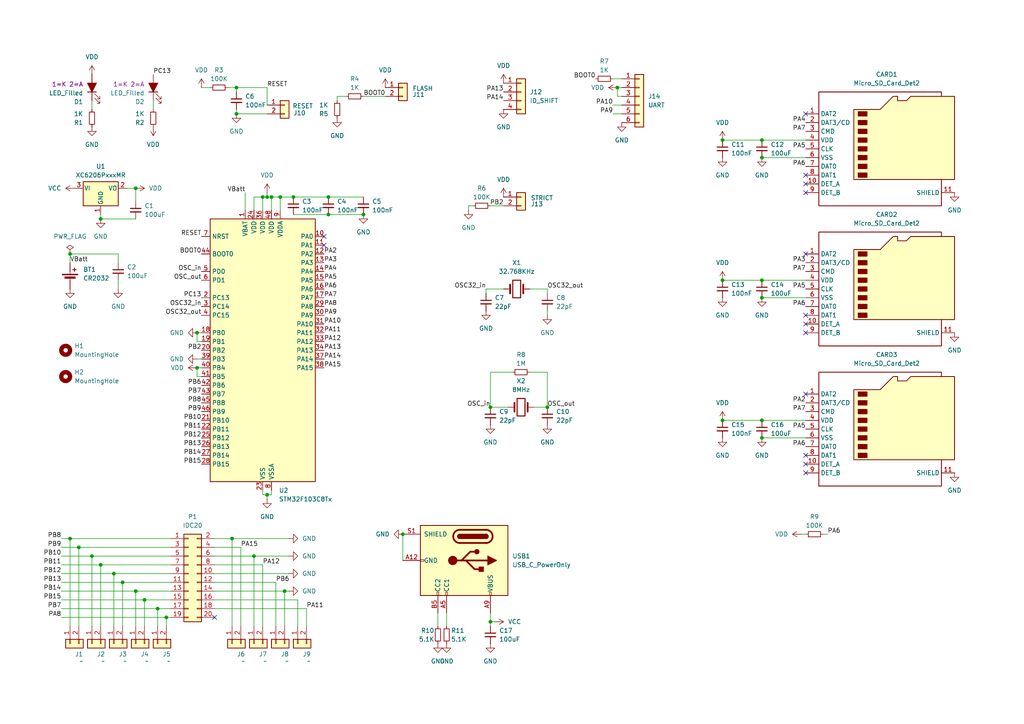
<source format=kicad_sch>
(kicad_sch (version 20250114) (generator "eeschema") (generator_version "9.0")
  (paper "A4")
  (junction (at 220.98 127))
  (junction (at 76.2 57.15))
  (junction (at 41.91 173.99))
  (junction (at 142.24 180.34))
  (junction (at 22.86 158.75))
  (junction (at 142.24 118.11))
  (junction (at 78.74 57.15))
  (junction (at 33.02 166.37))
  (junction (at 179.07 25.4))
  (junction (at 220.98 81.28))
  (junction (at 57.15 106.68))
  (junction (at 73.66 161.29))
  (junction (at 20.32 156.21))
  (junction (at 81.28 57.15))
  (junction (at 57.15 96.52))
  (junction (at 220.98 45.72))
  (junction (at 77.47 57.15))
  (junction (at 220.98 40.64))
  (junction (at 220.98 121.92))
  (junction (at 45.72 176.53))
  (junction (at 29.21 63.5))
  (junction (at 220.98 86.36))
  (junction (at 95.25 62.23))
  (junction (at 20.32 73.66))
  (junction (at 77.47 143.51))
  (junction (at 68.58 25.4))
  (junction (at 82.55 171.45))
  (junction (at 68.58 33.02))
  (junction (at 39.37 54.61))
  (junction (at 48.26 179.07))
  (junction (at 116.84 154.94))
  (junction (at 105.41 62.23))
  (junction (at 209.55 40.64))
  (junction (at 26.67 161.29))
  (junction (at 85.09 57.15))
  (junction (at 35.56 168.91))
  (junction (at 39.37 171.45))
  (junction (at 158.75 118.11))
  (junction (at 95.25 57.15))
  (junction (at 209.55 81.28))
  (junction (at 29.21 163.83))
  (junction (at 67.31 156.21))
  (junction (at 209.55 121.92))
  (no_connect (at 233.68 137.16))
  (no_connect (at 233.68 50.8))
  (no_connect (at 233.68 114.3))
  (no_connect (at 233.68 96.52))
  (no_connect (at 233.68 91.44))
  (no_connect (at 233.68 33.02))
  (no_connect (at 233.68 55.88))
  (no_connect (at 62.23 179.07))
  (no_connect (at 233.68 53.34))
  (no_connect (at 93.98 68.58))
  (no_connect (at 93.98 71.12))
  (no_connect (at 233.68 134.62))
  (no_connect (at 233.68 73.66))
  (no_connect (at 233.68 132.08))
  (no_connect (at 233.68 93.98))
  (wire (pts (xy 158.75 90.17) (xy 158.75 91.44)))
  (wire (pts (xy 57.15 96.52) (xy 57.15 99.06)))
  (wire (pts (xy 177.8 22.86) (xy 180.34 22.86)))
  (wire (pts (xy 180.34 27.94) (xy 179.07 27.94)))
  (wire (pts (xy 20.32 73.66) (xy 34.29 73.66)))
  (wire (pts (xy 220.98 81.28) (xy 233.68 81.28)))
  (wire (pts (xy 69.85 181.61) (xy 69.85 158.75)))
  (wire (pts (xy 78.74 143.51) (xy 78.74 142.24)))
  (wire (pts (xy 26.67 29.21) (xy 26.67 31.75)))
  (wire (pts (xy 33.02 166.37) (xy 33.02 181.61)))
  (wire (pts (xy 44.45 29.21) (xy 44.45 31.75)))
  (wire (pts (xy 140.97 85.09) (xy 140.97 83.82)))
  (wire (pts (xy 142.24 177.8) (xy 142.24 180.34)))
  (wire (pts (xy 58.42 109.22) (xy 57.15 109.22)))
  (wire (pts (xy 62.23 166.37) (xy 83.82 166.37)))
  (wire (pts (xy 77.47 57.15) (xy 78.74 57.15)))
  (wire (pts (xy 142.24 118.11) (xy 147.32 118.11)))
  (wire (pts (xy 41.91 173.99) (xy 41.91 181.61)))
  (wire (pts (xy 62.23 176.53) (xy 88.9 176.53)))
  (wire (pts (xy 76.2 181.61) (xy 76.2 163.83)))
  (wire (pts (xy 17.78 163.83) (xy 29.21 163.83)))
  (wire (pts (xy 17.78 166.37) (xy 33.02 166.37)))
  (wire (pts (xy 62.23 156.21) (xy 67.31 156.21)))
  (wire (pts (xy 33.02 166.37) (xy 49.53 166.37)))
  (wire (pts (xy 73.66 60.96) (xy 73.66 57.15)))
  (wire (pts (xy 140.97 83.82) (xy 146.05 83.82)))
  (wire (pts (xy 78.74 57.15) (xy 81.28 57.15)))
  (wire (pts (xy 127 177.8) (xy 127 181.61)))
  (wire (pts (xy 17.78 156.21) (xy 20.32 156.21)))
  (wire (pts (xy 209.55 81.28) (xy 220.98 81.28)))
  (wire (pts (xy 17.78 176.53) (xy 45.72 176.53)))
  (wire (pts (xy 48.26 179.07) (xy 48.26 181.61)))
  (wire (pts (xy 179.07 25.4) (xy 179.07 27.94)))
  (wire (pts (xy 71.12 55.88) (xy 71.12 60.96)))
  (wire (pts (xy 135.89 59.69) (xy 135.89 60.96)))
  (wire (pts (xy 20.32 156.21) (xy 49.53 156.21)))
  (wire (pts (xy 137.16 59.69) (xy 135.89 59.69)))
  (wire (pts (xy 26.67 161.29) (xy 26.67 181.61)))
  (wire (pts (xy 39.37 63.5) (xy 29.21 63.5)))
  (wire (pts (xy 88.9 181.61) (xy 88.9 176.53)))
  (wire (pts (xy 238.76 154.94) (xy 240.03 154.94)))
  (wire (pts (xy 22.86 158.75) (xy 49.53 158.75)))
  (wire (pts (xy 67.31 156.21) (xy 83.82 156.21)))
  (wire (pts (xy 68.58 25.4) (xy 77.47 25.4)))
  (wire (pts (xy 95.25 57.15) (xy 105.41 57.15)))
  (wire (pts (xy 29.21 163.83) (xy 49.53 163.83)))
  (wire (pts (xy 78.74 57.15) (xy 78.74 60.96)))
  (wire (pts (xy 158.75 107.95) (xy 158.75 118.11)))
  (wire (pts (xy 62.23 173.99) (xy 86.36 173.99)))
  (wire (pts (xy 220.98 45.72) (xy 233.68 45.72)))
  (wire (pts (xy 68.58 31.75) (xy 68.58 33.02)))
  (wire (pts (xy 57.15 104.14) (xy 58.42 104.14)))
  (wire (pts (xy 153.67 83.82) (xy 158.75 83.82)))
  (wire (pts (xy 76.2 143.51) (xy 76.2 142.24)))
  (wire (pts (xy 77.47 144.78) (xy 77.47 143.51)))
  (wire (pts (xy 158.75 85.09) (xy 158.75 83.82)))
  (wire (pts (xy 62.23 163.83) (xy 76.2 163.83)))
  (wire (pts (xy 177.8 33.02) (xy 180.34 33.02)))
  (wire (pts (xy 39.37 171.45) (xy 39.37 181.61)))
  (wire (pts (xy 82.55 171.45) (xy 83.82 171.45)))
  (wire (pts (xy 45.72 176.53) (xy 45.72 181.61)))
  (wire (pts (xy 73.66 161.29) (xy 83.82 161.29)))
  (wire (pts (xy 26.67 161.29) (xy 49.53 161.29)))
  (wire (pts (xy 220.98 86.36) (xy 233.68 86.36)))
  (wire (pts (xy 58.42 99.06) (xy 57.15 99.06)))
  (wire (pts (xy 34.29 73.66) (xy 34.29 76.2)))
  (wire (pts (xy 17.78 171.45) (xy 39.37 171.45)))
  (wire (pts (xy 148.59 107.95) (xy 142.24 107.95)))
  (wire (pts (xy 179.07 25.4) (xy 180.34 25.4)))
  (wire (pts (xy 58.42 25.4) (xy 60.96 25.4)))
  (wire (pts (xy 77.47 143.51) (xy 78.74 143.51)))
  (wire (pts (xy 29.21 62.23) (xy 29.21 63.5)))
  (wire (pts (xy 77.47 55.88) (xy 77.47 57.15)))
  (wire (pts (xy 97.79 29.21) (xy 97.79 27.94)))
  (wire (pts (xy 66.04 25.4) (xy 68.58 25.4)))
  (wire (pts (xy 220.98 127) (xy 233.68 127)))
  (wire (pts (xy 68.58 25.4) (xy 68.58 26.67)))
  (wire (pts (xy 105.41 27.94) (xy 111.76 27.94)))
  (wire (pts (xy 57.15 106.68) (xy 57.15 109.22)))
  (wire (pts (xy 220.98 121.92) (xy 233.68 121.92)))
  (wire (pts (xy 39.37 54.61) (xy 39.37 58.42)))
  (wire (pts (xy 142.24 107.95) (xy 142.24 118.11)))
  (wire (pts (xy 80.01 168.91) (xy 62.23 168.91)))
  (wire (pts (xy 36.83 54.61) (xy 39.37 54.61)))
  (wire (pts (xy 57.15 106.68) (xy 58.42 106.68)))
  (wire (pts (xy 73.66 181.61) (xy 73.66 161.29)))
  (wire (pts (xy 153.67 107.95) (xy 158.75 107.95)))
  (wire (pts (xy 116.84 154.94) (xy 116.84 162.56)))
  (wire (pts (xy 35.56 168.91) (xy 35.56 181.61)))
  (wire (pts (xy 76.2 57.15) (xy 77.47 57.15)))
  (wire (pts (xy 142.24 180.34) (xy 142.24 181.61)))
  (wire (pts (xy 209.55 121.92) (xy 220.98 121.92)))
  (wire (pts (xy 67.31 181.61) (xy 67.31 156.21)))
  (wire (pts (xy 85.09 57.15) (xy 95.25 57.15)))
  (wire (pts (xy 209.55 40.64) (xy 220.98 40.64)))
  (wire (pts (xy 97.79 27.94) (xy 100.33 27.94)))
  (wire (pts (xy 62.23 158.75) (xy 69.85 158.75)))
  (wire (pts (xy 45.72 176.53) (xy 49.53 176.53)))
  (wire (pts (xy 177.8 30.48) (xy 180.34 30.48)))
  (wire (pts (xy 17.78 161.29) (xy 26.67 161.29)))
  (wire (pts (xy 20.32 73.66) (xy 20.32 76.2)))
  (wire (pts (xy 76.2 57.15) (xy 76.2 60.96)))
  (wire (pts (xy 232.41 154.94) (xy 233.68 154.94)))
  (wire (pts (xy 41.91 173.99) (xy 49.53 173.99)))
  (wire (pts (xy 82.55 181.61) (xy 82.55 171.45)))
  (wire (pts (xy 77.47 25.4) (xy 77.47 30.48)))
  (wire (pts (xy 48.26 179.07) (xy 49.53 179.07)))
  (wire (pts (xy 220.98 40.64) (xy 233.68 40.64)))
  (wire (pts (xy 80.01 181.61) (xy 80.01 168.91)))
  (wire (pts (xy 62.23 171.45) (xy 82.55 171.45)))
  (wire (pts (xy 39.37 171.45) (xy 49.53 171.45)))
  (wire (pts (xy 81.28 57.15) (xy 85.09 57.15)))
  (wire (pts (xy 85.09 62.23) (xy 95.25 62.23)))
  (wire (pts (xy 86.36 181.61) (xy 86.36 173.99)))
  (wire (pts (xy 73.66 57.15) (xy 76.2 57.15)))
  (wire (pts (xy 142.24 180.34) (xy 143.51 180.34)))
  (wire (pts (xy 17.78 179.07) (xy 48.26 179.07)))
  (wire (pts (xy 22.86 158.75) (xy 22.86 181.61)))
  (wire (pts (xy 57.15 96.52) (xy 58.42 96.52)))
  (wire (pts (xy 17.78 173.99) (xy 41.91 173.99)))
  (wire (pts (xy 76.2 143.51) (xy 77.47 143.51)))
  (wire (pts (xy 20.32 156.21) (xy 20.32 181.61)))
  (wire (pts (xy 129.54 177.8) (xy 129.54 181.61)))
  (wire (pts (xy 35.56 168.91) (xy 49.53 168.91)))
  (wire (pts (xy 17.78 168.91) (xy 35.56 168.91)))
  (wire (pts (xy 81.28 60.96) (xy 81.28 57.15)))
  (wire (pts (xy 34.29 81.28) (xy 34.29 83.82)))
  (wire (pts (xy 154.94 118.11) (xy 158.75 118.11)))
  (wire (pts (xy 29.21 163.83) (xy 29.21 181.61)))
  (wire (pts (xy 77.47 33.02) (xy 68.58 33.02)))
  (wire (pts (xy 62.23 161.29) (xy 73.66 161.29)))
  (wire (pts (xy 142.24 59.69) (xy 146.05 59.69)))
  (wire (pts (xy 17.78 158.75) (xy 22.86 158.75)))
  (wire (pts (xy 95.25 62.23) (xy 105.41 62.23)))
  (label "PA7" (at 233.68 78.74 180))
  (label "BOOT0" (at 58.42 73.66 180))
  (label "VBatt" (at 20.32 76.2 0))
  (label "PB7" (at 58.42 114.3 180))
  (label "VBatt" (at 71.12 55.88 180))
  (label "OSC32_in" (at 140.97 83.82 180))
  (label "PB15" (at 58.42 134.62 180))
  (label "PA15" (at 69.85 158.75 0))
  (label "PA15" (at 93.98 106.68 0))
  (label "PA6" (at 233.68 48.26 180))
  (label "PA4" (at 93.98 78.74 0))
  (label "PA5" (at 233.68 83.82 180))
  (label "OSC_in" (at 58.42 78.74 180))
  (label "PA11" (at 93.98 96.52 0))
  (label "PA12" (at 93.98 99.06 0))
  (label "PA10" (at 93.98 93.98 0))
  (label "PB13" (at 17.78 168.91 180))
  (label "PB12" (at 58.42 127 180))
  (label "PB11" (at 58.42 124.46 180))
  (label "PB6" (at 58.42 111.76 180))
  (label "PB13" (at 58.42 129.54 180))
  (label "PB14" (at 58.42 132.08 180))
  (label "PA13" (at 93.98 101.6 0))
  (label "PA2" (at 93.98 73.66 0))
  (label "PB11" (at 17.78 163.83 180))
  (label "OSC_out" (at 58.42 81.28 180))
  (label "PA5" (at 233.68 43.18 180))
  (label "PB8" (at 58.42 116.84 180))
  (label "PB10" (at 17.78 161.29 180))
  (label "PB7" (at 17.78 176.53 180))
  (label "PB10" (at 58.42 121.92 180))
  (label "PA9" (at 177.8 33.02 180))
  (label "PB2" (at 58.42 101.6 180))
  (label "PA8" (at 93.98 88.9 0))
  (label "PA3" (at 233.68 76.2 180))
  (label "PA5" (at 233.68 124.46 180))
  (label "PB14" (at 17.78 171.45 180))
  (label "PC13" (at 44.45 21.59 0))
  (label "BOOT0" (at 172.72 22.86 180))
  (label "OSC_out" (at 158.75 118.11 0))
  (label "PB2" (at 146.05 59.69 180))
  (label "RESET" (at 58.42 68.58 180))
  (label "OSC_in" (at 142.24 118.11 180))
  (label "PA14" (at 146.05 29.21 180))
  (label "PB8" (at 17.78 156.21 180))
  (label "PA7" (at 93.98 86.36 0))
  (label "PB9" (at 58.42 119.38 180))
  (label "PA4" (at 233.68 35.56 180))
  (label "PB6" (at 80.01 168.91 0))
  (label "PA6" (at 93.98 83.82 0))
  (label "PA9" (at 93.98 91.44 0))
  (label "PA10" (at 177.8 30.48 180))
  (label "BOOT0" (at 111.76 27.94 180))
  (label "PC13" (at 58.42 86.36 180))
  (label "PB12" (at 17.78 166.37 180))
  (label "PA11" (at 88.9 176.53 0))
  (label "RESET" (at 77.47 25.4 0))
  (label "PA8" (at 17.78 179.07 180))
  (label "PA6" (at 240.03 154.94 0))
  (label "OSC32_in" (at 58.42 88.9 180))
  (label "PA7" (at 233.68 119.38 180))
  (label "OSC32_out" (at 58.42 91.44 180))
  (label "PA3" (at 93.98 76.2 0))
  (label "PB9" (at 17.78 158.75 180))
  (label "PA7" (at 233.68 38.1 180))
  (label "PA2" (at 233.68 116.84 180))
  (label "PA5" (at 93.98 81.28 0))
  (label "PA6" (at 233.68 129.54 180))
  (label "PB15" (at 17.78 173.99 180))
  (label "OSC32_out" (at 158.75 83.82 0))
  (label "PA12" (at 76.2 163.83 0))
  (label "PA14" (at 93.98 104.14 0))
  (label "PA6" (at 233.68 88.9 180))
  (label "PA13" (at 146.05 26.67 180))
  (symbol (lib_id "Connector_Generic:Conn_01x02") (at 39.37 186.69 90) (mirror x) (unit 1)
    (property "Reference" "J4" (at 43.18 189.738 90) (effects (justify left)))
    (property "Value" "~" (at 43.18 191.77 90) (effects (justify left)))
    (property "Footprint" "Connector_PinHeader_2.54mm:PinHeader_1x02_P2.54mm_Vertical" (effects (hide yes)))
    (property "Description" "Generic connector, single row, 01x02, script generated (kicad-library-utils/schlib/autogen/connector/)" (effects (hide yes)))
  )
  (symbol (lib_id "power:GND") (at 26.67 36.83 0) (unit 1)
    (property "Reference" "#PWR01" (effects (hide yes)))
    (property "Value" "GND" (at 26.67 41.91 0))
    (property "Description" "Power symbol creates a global label with name \"GND\" , ground" (effects (hide yes)))
  )
  (symbol (lib_id "power:GND") (at 57.15 96.52 270) (unit 1)
    (property "Reference" "#PWR011" (effects (hide yes)))
    (property "Value" "GND" (at 53.34 96.5199 90) (effects (justify right)))
    (property "Description" "Power symbol creates a global label with name \"GND\" , ground" (effects (hide yes)))
  )
  (symbol (lib_id "power:GND") (at 57.15 104.14 270) (unit 1)
    (property "Reference" "#PWR013" (effects (hide yes)))
    (property "Value" "GND" (at 53.34 104.1399 90) (effects (justify right)))
    (property "Description" "Power symbol creates a global label with name \"GND\" , ground" (effects (hide yes)))
  )
  (symbol (lib_id "Connector_Generic:Conn_01x02") (at 45.72 186.69 90) (mirror x) (unit 1)
    (property "Reference" "J5" (at 49.53 189.738 90) (effects (justify left)))
    (property "Value" "~" (at 49.53 191.77 90) (effects (justify left)))
    (property "Footprint" "Connector_PinHeader_2.54mm:PinHeader_1x02_P2.54mm_Vertical" (effects (hide yes)))
    (property "Description" "Generic connector, single row, 01x02, script generated (kicad-library-utils/schlib/autogen/connector/)" (effects (hide yes)))
  )
  (symbol (lib_id "power:VDD") (at 111.76 25.4 0) (unit 1)
    (property "Reference" "#PWR021" (effects (hide yes)))
    (property "Value" "VDD" (at 111.76 20.32 0))
    (property "Description" "Power symbol creates a global label with name \"VDD\"" (effects (hide yes)))
  )
  (symbol (lib_id "Device:R_Small") (at 102.87 27.94 270) (unit 1)
    (property "Reference" "R4" (at 102.87 22.86 90))
    (property "Value" "1K" (at 102.87 25.4 90))
    (property "Footprint" "Resistor_SMD:R_0603_1608Metric" (effects (hide yes)))
    (property "Description" "Resistor, small symbol" (effects (hide yes)))
  )
  (symbol (lib_id "Device:Crystal") (at 151.13 118.11 0) (unit 1)
    (property "Reference" "X2" (at 151.13 110.49 0))
    (property "Value" "8MHz" (at 151.13 113.03 0))
    (property "Footprint" "Crystal:Crystal_SMD_5032-2Pin_5.0x3.2mm" (effects (hide yes)))
    (property "Description" "Two pin crystal" (effects (hide yes)))
  )
  (symbol (lib_id "Connector_Generic:Conn_01x02") (at 82.55 30.48 0) (unit 1)
    (property "Reference" "J10" (at 85.09 32.766 0) (effects (justify left)))
    (property "Value" "RESET" (at 84.836 30.734 0) (effects (justify left)))
    (property "Footprint" "Connector_PinHeader_2.54mm:PinHeader_1x02_P2.54mm_Vertical" (effects (hide yes)))
    (property "Description" "Generic connector, single row, 01x02, script generated (kicad-library-utils/schlib/autogen/connector/)" (effects (hide yes)))
  )
  (symbol (lib_id "power:VDD") (at 58.42 25.4 0) (unit 1)
    (property "Reference" "#PWR019" (effects (hide yes)))
    (property "Value" "VDD" (at 58.42 20.32 0))
    (property "Description" "Power symbol creates a global label with name \"VDD\"" (effects (hide yes)))
  )
  (symbol (lib_id "Regulator_Linear:XC6206PxxxMR") (at 29.21 54.61 0) (unit 1)
    (property "Reference" "U1" (at 29.21 48.26 0))
    (property "Value" "XC6206PxxxMR" (at 29.21 50.8 0))
    (property "Footprint" "Package_TO_SOT_SMD:SOT-23-3" (effects (hide yes)))
    (property "Datasheet" "https://www.torexsemi.com/file/xc6206/XC6206.pdf" (effects (hide yes)))
    (property "Description" "Positive 60-250mA Low Dropout Regulator, Fixed Output, SOT-23" (effects (hide yes)))
  )
  (symbol (lib_id "Device:C_Small") (at 39.37 60.96 0) (unit 1)
    (property "Reference" "C1" (at 41.91 59.6962 0) (effects (justify left)))
    (property "Value" "100uF" (at 41.91 62.2362 0) (effects (justify left)))
    (property "Footprint" "Capacitor_SMD:C_1206_3216Metric" (effects (hide yes)))
    (property "Description" "Unpolarized capacitor, small symbol" (effects (hide yes)))
  )
  (symbol (lib_id "Device:LED_Filled") (at 26.67 25.4 90) (unit 1)
    (property "Reference" "D1" (at 24.13 29.5276 90) (effects (justify left)))
    (property "Value" "LED_Filled" (at 24.13 26.9876 90) (effects (justify left)))
    (property "Footprint" "LED_SMD:LED_0805_2012Metric" (effects (hide yes)))
    (property "Description" "Light emitting diode, filled shape" (effects (hide yes)))
    (property "Sim.Pins" "1=K 2=A" (at 24.13 24.4476 90) (effects (justify left)))
  )
  (symbol (lib_id "Device:R_Small") (at 26.67 34.29 180) (unit 1)
    (property "Reference" "R1" (at 24.13 35.5601 0) (effects (justify left)))
    (property "Value" "1K" (at 24.13 33.0201 0) (effects (justify left)))
    (property "Footprint" "Resistor_SMD:R_0603_1608Metric" (effects (hide yes)))
    (property "Description" "Resistor, small symbol" (effects (hide yes)))
  )
  (symbol (lib_id "power:GND") (at 83.82 161.29 90) (unit 1)
    (property "Reference" "#PWR016" (effects (hide yes)))
    (property "Value" "GND" (at 87.63 161.2899 90) (effects (justify right)))
    (property "Description" "Power symbol creates a global label with name \"GND\" , ground" (effects (hide yes)))
  )
  (symbol (lib_id "power:VDD") (at 146.05 57.15 0) (unit 1)
    (property "Reference" "#PWR023" (effects (hide yes)))
    (property "Value" "VDD" (at 146.05 52.07 0))
    (property "Description" "Power symbol creates a global label with name \"VDD\"" (effects (hide yes)))
  )
  (symbol (lib_id "Connector_Generic:Conn_01x02") (at 86.36 186.69 90) (mirror x) (unit 1)
    (property "Reference" "J9" (at 90.17 189.738 90) (effects (justify left)))
    (property "Value" "~" (at 90.17 191.77 90) (effects (justify left)))
    (property "Footprint" "Connector_PinHeader_2.54mm:PinHeader_1x02_P2.54mm_Vertical" (effects (hide yes)))
    (property "Description" "Generic connector, single row, 01x02, script generated (kicad-library-utils/schlib/autogen/connector/)" (effects (hide yes)))
  )
  (symbol (lib_id "Device:R_Small") (at 151.13 107.95 270) (unit 1)
    (property "Reference" "R8" (at 151.13 102.87 90))
    (property "Value" "1M" (at 151.13 105.41 90))
    (property "Footprint" "Resistor_SMD:R_0603_1608Metric" (effects (hide yes)))
    (property "Description" "Resistor, small symbol" (effects (hide yes)))
  )
  (symbol (lib_id "power:GND") (at 180.34 35.56 0) (unit 1)
    (property "Reference" "#PWR028" (effects (hide yes)))
    (property "Value" "GND" (at 180.34 40.64 0))
    (property "Description" "Power symbol creates a global label with name \"GND\" , ground" (effects (hide yes)))
  )
  (symbol (lib_id "Connector_Generic:Conn_01x02") (at 33.02 186.69 90) (mirror x) (unit 1)
    (property "Reference" "J3" (at 36.83 189.738 90) (effects (justify left)))
    (property "Value" "~" (at 36.83 191.77 90) (effects (justify left)))
    (property "Footprint" "Connector_PinHeader_2.54mm:PinHeader_1x02_P2.54mm_Vertical" (effects (hide yes)))
    (property "Description" "Generic connector, single row, 01x02, script generated (kicad-library-utils/schlib/autogen/connector/)" (effects (hide yes)))
  )
  (symbol (lib_id "Device:C_Small") (at 140.97 87.63 0) (unit 1)
    (property "Reference" "C7" (at 143.51 86.3662 0) (effects (justify left)))
    (property "Value" "22pF" (at 143.51 88.9062 0) (effects (justify left)))
    (property "Footprint" "Capacitor_SMD:C_0603_1608Metric" (effects (hide yes)))
    (property "Description" "Unpolarized capacitor, small symbol" (effects (hide yes)))
  )
  (symbol (lib_id "Device:R_Small") (at 97.79 31.75 180) (unit 1)
    (property "Reference" "R5" (at 95.25 33.0201 0) (effects (justify left)))
    (property "Value" "1K" (at 95.25 30.4801 0) (effects (justify left)))
    (property "Footprint" "Resistor_SMD:R_0603_1608Metric" (effects (hide yes)))
    (property "Description" "Resistor, small symbol" (effects (hide yes)))
  )
  (symbol (lib_id "Connector_Generic:Conn_01x06") (at 185.42 27.94 0) (unit 1)
    (property "Reference" "J14" (at 187.96 27.9399 0) (effects (justify left)))
    (property "Value" "UART" (at 187.96 30.4799 0) (effects (justify left)))
    (property "Footprint" "Connector_PinHeader_2.54mm:PinHeader_1x06_P2.54mm_Vertical" (effects (hide yes)))
    (property "Description" "Generic connector, single row, 01x06, script generated (kicad-library-utils/schlib/autogen/connector/)" (effects (hide yes)))
  )
  (symbol (lib_id "Connector_Generic:Conn_02x10_Odd_Even") (at 54.61 166.37 0) (unit 1)
    (property "Reference" "P1" (at 55.88 149.86 0))
    (property "Value" "IDC20" (at 55.88 152.4 0))
    (property "Footprint" "Connector_IDC:IDC-Header_2x10_P2.54mm_Vertical" (effects (hide yes)))
    (property "Description" "Generic connector, double row, 02x10, odd/even pin numbering scheme (row 1 odd numbers, row 2 even numbers), script generated (kicad-library-utils/schlib/autogen/connector/)" (effects (hide yes)))
  )
  (symbol (lib_id "power:GND") (at 209.55 45.72 0) (unit 1)
    (property "Reference" "#PWR035" (effects (hide yes)))
    (property "Value" "GND" (at 209.55 50.8 0))
    (property "Description" "Power symbol creates a global label with name \"GND\" , ground" (effects (hide yes)))
  )
  (symbol (lib_id "power:VDD") (at 232.41 154.94 90) (unit 1)
    (property "Reference" "#PWR046" (effects (hide yes)))
    (property "Value" "VDD" (at 228.6 154.9399 90) (effects (justify left)))
    (property "Description" "Power symbol creates a global label with name \"VDD\"" (effects (hide yes)))
  )
  (symbol (lib_id "power:GND") (at 142.24 186.69 0) (unit 1)
    (property "Reference" "#PWR048" (effects (hide yes)))
    (property "Value" "GND" (at 142.24 191.77 0))
    (property "Description" "Power symbol creates a global label with name \"GND\" , ground" (effects (hide yes)))
  )
  (symbol (lib_id "Connector:Micro_SD_Card_Det2") (at 256.54 83.82 0) (unit 1)
    (property "Reference" "CARD2" (at 257.175 62.23 0))
    (property "Value" "Micro_SD_Card_Det2" (at 257.175 64.77 0))
    (property "Footprint" "Connector_Card:microSD_HC_Hirose_DM3BT-DSF-PEJS" (effects (hide yes)))
    (property "Datasheet" "https://www.hirose.com/en/product/document?clcode=&productname=&series=DM3&documenttype=Catalog&lang=en&documentid=D49662_en" (effects (hide yes)))
    (property "Description" "Micro SD Card Socket with two card detection pins" (effects (hide yes)))
    (property "DigiKey" "HR1942CT-ND" (effects (hide yes)))
  )
  (symbol (lib_id "Device:C_Small") (at 220.98 83.82 0) (unit 1)
    (property "Reference" "C14" (at 223.52 82.5562 0) (effects (justify left)))
    (property "Value" "100uF" (at 223.52 85.0962 0) (effects (justify left)))
    (property "Footprint" "Capacitor_SMD:C_1206_3216Metric" (effects (hide yes)))
    (property "Description" "Unpolarized capacitor, small symbol" (effects (hide yes)))
  )
  (symbol (lib_id "power:GND") (at 220.98 86.36 0) (unit 1)
    (property "Reference" "#PWR040" (effects (hide yes)))
    (property "Value" "GND" (at 220.98 91.44 0))
    (property "Description" "Power symbol creates a global label with name \"GND\" , ground" (effects (hide yes)))
  )
  (symbol (lib_id "Device:C_Small") (at 95.25 59.69 0) (unit 1)
    (property "Reference" "C4" (at 97.79 58.4262 0) (effects (justify left)))
    (property "Value" "100nF" (at 97.79 60.9662 0) (effects (justify left)))
    (property "Footprint" "Capacitor_SMD:C_0603_1608Metric" (effects (hide yes)))
    (property "Description" "Unpolarized capacitor, small symbol" (effects (hide yes)))
  )
  (symbol (lib_id "power:GND") (at 158.75 123.19 0) (unit 1)
    (property "Reference" "#PWR032" (effects (hide yes)))
    (property "Value" "GND" (at 158.75 128.27 0))
    (property "Description" "Power symbol creates a global label with name \"GND\" , ground" (effects (hide yes)))
  )
  (symbol (lib_id "power:GND") (at 209.55 86.36 0) (unit 1)
    (property "Reference" "#PWR039" (effects (hide yes)))
    (property "Value" "GND" (at 209.55 91.44 0))
    (property "Description" "Power symbol creates a global label with name \"GND\" , ground" (effects (hide yes)))
  )
  (symbol (lib_id "power:GND") (at 83.82 171.45 90) (unit 1)
    (property "Reference" "#PWR018" (effects (hide yes)))
    (property "Value" "GND" (at 87.63 171.4499 90) (effects (justify right)))
    (property "Description" "Power symbol creates a global label with name \"GND\" , ground" (effects (hide yes)))
  )
  (symbol (lib_id "power:VDD") (at 179.07 25.4 90) (unit 1)
    (property "Reference" "#PWR027" (effects (hide yes)))
    (property "Value" "VDD" (at 175.26 25.3999 90) (effects (justify left)))
    (property "Description" "Power symbol creates a global label with name \"VDD\"" (effects (hide yes)))
  )
  (symbol (lib_id "Device:R_Small") (at 127 184.15 0) (mirror y) (unit 1)
    (property "Reference" "R10" (at 125.984 182.88 0) (effects (justify left)))
    (property "Value" "5.1K" (at 125.984 185.42 0) (effects (justify left)))
    (property "Footprint" "Resistor_SMD:R_0603_1608Metric" (effects (hide yes)))
    (property "Description" "Resistor, small symbol" (effects (hide yes)))
  )
  (symbol (lib_id "power:GND") (at 83.82 166.37 90) (unit 1)
    (property "Reference" "#PWR017" (effects (hide yes)))
    (property "Value" "GND" (at 87.63 166.3699 90) (effects (justify right)))
    (property "Description" "Power symbol creates a global label with name \"GND\" , ground" (effects (hide yes)))
  )
  (symbol (lib_id "power:GND") (at 135.89 60.96 0) (unit 1)
    (property "Reference" "#PWR024" (effects (hide yes)))
    (property "Value" "GND" (at 135.89 66.04 0))
    (property "Description" "Power symbol creates a global label with name \"GND\" , ground" (effects (hide yes)))
  )
  (symbol (lib_id "Mechanical:MountingHole") (at 19.05 109.22 0) (unit 1) (exclude_from_sim yes) (in_bom no)
    (property "Reference" "H2" (at 21.59 107.9499 0) (effects (justify left)))
    (property "Value" "MountingHole" (at 21.59 110.4899 0) (effects (justify left)))
    (property "Footprint" "MountingHole:MountingHole_3.2mm_M3" (effects (hide yes)))
    (property "Description" "Mounting Hole without connection" (effects (hide yes)))
  )
  (symbol (lib_id "power:GND") (at 34.29 83.82 0) (unit 1)
    (property "Reference" "#PWR08" (effects (hide yes)))
    (property "Value" "GND" (at 34.29 88.9 0))
    (property "Description" "Power symbol creates a global label with name \"GND\" , ground" (effects (hide yes)))
  )
  (symbol (lib_id "power:GND") (at 68.58 33.02 0) (unit 1)
    (property "Reference" "#PWR020" (effects (hide yes)))
    (property "Value" "GND" (at 68.58 38.1 0))
    (property "Description" "Power symbol creates a global label with name \"GND\" , ground" (effects (hide yes)))
  )
  (symbol (lib_id "power:GND") (at 129.54 186.69 0) (unit 1)
    (property "Reference" "#PWR049" (effects (hide yes)))
    (property "Value" "GND" (at 129.54 191.77 0))
    (property "Description" "Power symbol creates a global label with name \"GND\" , ground" (effects (hide yes)))
  )
  (symbol (lib_id "power:GND") (at 77.47 144.78 0) (unit 1)
    (property "Reference" "#PWR010" (effects (hide yes)))
    (property "Value" "GND" (at 77.47 149.86 0))
    (property "Description" "Power symbol creates a global label with name \"GND\" , ground" (effects (hide yes)))
  )
  (symbol (lib_id "power:GND") (at 220.98 127 0) (unit 1)
    (property "Reference" "#PWR044" (effects (hide yes)))
    (property "Value" "GND" (at 220.98 132.08 0))
    (property "Description" "Power symbol creates a global label with name \"GND\" , ground" (effects (hide yes)))
  )
  (symbol (lib_id "Device:C_Small") (at 105.41 59.69 0) (unit 1)
    (property "Reference" "C5" (at 107.95 58.4262 0) (effects (justify left)))
    (property "Value" "100nF" (at 107.95 60.9662 0) (effects (justify left)))
    (property "Footprint" "Capacitor_SMD:C_0603_1608Metric" (effects (hide yes)))
    (property "Description" "Unpolarized capacitor, small symbol" (effects (hide yes)))
  )
  (symbol (lib_id "power:GND") (at 29.21 63.5 0) (unit 1)
    (property "Reference" "#PWR05" (effects (hide yes)))
    (property "Value" "GND" (at 29.21 68.58 0))
    (property "Description" "Power symbol creates a global label with name \"GND\" , ground" (effects (hide yes)))
  )
  (symbol (lib_id "Connector_Generic:Conn_01x02") (at 73.66 186.69 90) (mirror x) (unit 1)
    (property "Reference" "J7" (at 77.47 189.738 90) (effects (justify left)))
    (property "Value" "~" (at 77.47 191.77 90) (effects (justify left)))
    (property "Footprint" "Connector_PinHeader_2.54mm:PinHeader_1x02_P2.54mm_Vertical" (effects (hide yes)))
    (property "Description" "Generic connector, single row, 01x02, script generated (kicad-library-utils/schlib/autogen/connector/)" (effects (hide yes)))
  )
  (symbol (lib_id "Device:Battery_Cell") (at 20.32 81.28 0) (unit 1)
    (property "Reference" "BT1" (at 24.13 78.1684 0) (effects (justify left)))
    (property "Value" "CR2032" (at 24.13 80.7084 0) (effects (justify left)))
    (property "Footprint" "Battery:BatteryHolder_Keystone_1060_1x2032" (effects (hide yes)))
    (property "Description" "Single-cell battery" (effects (hide yes)))
  )
  (symbol (lib_id "Connector_Generic:Conn_01x02") (at 26.67 186.69 90) (mirror x) (unit 1)
    (property "Reference" "J2" (at 30.48 189.738 90) (effects (justify left)))
    (property "Value" "~" (at 30.48 191.77 90) (effects (justify left)))
    (property "Footprint" "Connector_PinHeader_2.54mm:PinHeader_1x02_P2.54mm_Vertical" (effects (hide yes)))
    (property "Description" "Generic connector, single row, 01x02, script generated (kicad-library-utils/schlib/autogen/connector/)" (effects (hide yes)))
  )
  (symbol (lib_id "Device:C_Small") (at 220.98 124.46 0) (unit 1)
    (property "Reference" "C16" (at 223.52 123.1962 0) (effects (justify left)))
    (property "Value" "100uF" (at 223.52 125.7362 0) (effects (justify left)))
    (property "Footprint" "Capacitor_SMD:C_1206_3216Metric" (effects (hide yes)))
    (property "Description" "Unpolarized capacitor, small symbol" (effects (hide yes)))
  )
  (symbol (lib_id "Device:R_Small") (at 175.26 22.86 270) (unit 1)
    (property "Reference" "R7" (at 175.26 17.78 90))
    (property "Value" "1K" (at 175.26 20.32 90))
    (property "Footprint" "Resistor_SMD:R_0603_1608Metric" (effects (hide yes)))
    (property "Description" "Resistor, small symbol" (effects (hide yes)))
  )
  (symbol (lib_id "power:VDD") (at 209.55 121.92 0) (unit 1)
    (property "Reference" "#PWR042" (effects (hide yes)))
    (property "Value" "VDD" (at 209.55 116.84 0))
    (property "Description" "Power symbol creates a global label with name \"VDD\"" (effects (hide yes)))
  )
  (symbol (lib_id "power:VCC") (at 21.59 54.61 90) (unit 1)
    (property "Reference" "#PWR04" (effects (hide yes)))
    (property "Value" "VCC" (at 17.78 54.6099 90) (effects (justify left)))
    (property "Description" "Power symbol creates a global label with name \"VCC\"" (effects (hide yes)))
  )
  (symbol (lib_id "Device:R_Small") (at 129.54 184.15 0) (unit 1)
    (property "Reference" "R11" (at 130.81 182.88 0) (effects (justify left)))
    (property "Value" "5.1K" (at 130.81 185.42 0) (effects (justify left)))
    (property "Footprint" "Resistor_SMD:R_0603_1608Metric" (effects (hide yes)))
    (property "Description" "Resistor, small symbol" (effects (hide yes)))
  )
  (symbol (lib_id "power:VDD") (at 209.55 40.64 0) (unit 1)
    (property "Reference" "#PWR034" (effects (hide yes)))
    (property "Value" "VDD" (at 209.55 35.56 0))
    (property "Description" "Power symbol creates a global label with name \"VDD\"" (effects (hide yes)))
  )
  (symbol (lib_id "power:GND") (at 116.84 154.94 270) (unit 1)
    (property "Reference" "#PWR051" (effects (hide yes)))
    (property "Value" "GND" (at 113.03 154.9399 90) (effects (justify right)))
    (property "Description" "Power symbol creates a global label with name \"GND\" , ground" (effects (hide yes)))
  )
  (symbol (lib_id "power:VDD") (at 57.15 106.68 90) (unit 1)
    (property "Reference" "#PWR012" (effects (hide yes)))
    (property "Value" "VDD" (at 53.34 106.6799 90) (effects (justify left)))
    (property "Description" "Power symbol creates a global label with name \"VDD\"" (effects (hide yes)))
  )
  (symbol (lib_id "power:VDD") (at 39.37 54.61 270) (unit 1)
    (property "Reference" "#PWR06" (effects (hide yes)))
    (property "Value" "VDD" (at 43.18 54.6099 90) (effects (justify left)))
    (property "Description" "Power symbol creates a global label with name \"VDD\"" (effects (hide yes)))
  )
  (symbol (lib_id "Mechanical:MountingHole") (at 19.05 101.6 0) (unit 1) (exclude_from_sim yes) (in_bom no)
    (property "Reference" "H1" (at 21.59 100.3299 0) (effects (justify left)))
    (property "Value" "MountingHole" (at 21.59 102.8699 0) (effects (justify left)))
    (property "Footprint" "MountingHole:MountingHole_3.2mm_M3" (effects (hide yes)))
    (property "Description" "Mounting Hole without connection" (effects (hide yes)))
  )
  (symbol (lib_id "power:GND") (at 140.97 90.17 0) (unit 1)
    (property "Reference" "#PWR029" (effects (hide yes)))
    (property "Value" "GND" (at 140.97 95.25 0))
    (property "Description" "Power symbol creates a global label with name \"GND\" , ground" (effects (hide yes)))
  )
  (symbol (lib_id "Device:R_Small") (at 236.22 154.94 270) (unit 1)
    (property "Reference" "R9" (at 236.22 149.86 90))
    (property "Value" "100K" (at 236.22 152.4 90))
    (property "Footprint" "Resistor_SMD:R_0603_1608Metric" (effects (hide yes)))
    (property "Description" "Resistor, small symbol" (effects (hide yes)))
  )
  (symbol (lib_id "power:GND") (at 97.79 34.29 0) (unit 1)
    (property "Reference" "#PWR022" (effects (hide yes)))
    (property "Value" "GND" (at 97.79 39.37 0))
    (property "Description" "Power symbol creates a global label with name \"GND\" , ground" (effects (hide yes)))
  )
  (symbol (lib_id "power:GND") (at 276.86 55.88 0) (unit 1)
    (property "Reference" "#PWR037" (effects (hide yes)))
    (property "Value" "GND" (at 276.86 60.96 0))
    (property "Description" "Power symbol creates a global label with name \"GND\" , ground" (effects (hide yes)))
  )
  (symbol (lib_id "Device:C_Small") (at 34.29 78.74 0) (unit 1)
    (property "Reference" "C2" (at 36.83 77.4762 0) (effects (justify left)))
    (property "Value" "100uF" (at 36.83 80.0162 0) (effects (justify left)))
    (property "Footprint" "Capacitor_SMD:C_1206_3216Metric" (effects (hide yes)))
    (property "Description" "Unpolarized capacitor, small symbol" (effects (hide yes)))
  )
  (symbol (lib_id "power:GND") (at 276.86 137.16 0) (unit 1)
    (property "Reference" "#PWR045" (effects (hide yes)))
    (property "Value" "GND" (at 276.86 142.24 0))
    (property "Description" "Power symbol creates a global label with name \"GND\" , ground" (effects (hide yes)))
  )
  (symbol (lib_id "Connector_Generic:Conn_01x02") (at 67.31 186.69 90) (mirror x) (unit 1)
    (property "Reference" "J6" (at 71.12 189.738 90) (effects (justify left)))
    (property "Value" "~" (at 71.12 191.77 90) (effects (justify left)))
    (property "Footprint" "Connector_PinHeader_2.54mm:PinHeader_1x02_P2.54mm_Vertical" (effects (hide yes)))
    (property "Description" "Generic connector, single row, 01x02, script generated (kicad-library-utils/schlib/autogen/connector/)" (effects (hide yes)))
  )
  (symbol (lib_id "power:GND") (at 146.05 31.75 0) (unit 1)
    (property "Reference" "#PWR026" (effects (hide yes)))
    (property "Value" "GND" (at 146.05 36.83 0))
    (property "Description" "Power symbol creates a global label with name \"GND\" , ground" (effects (hide yes)))
  )
  (symbol (lib_id "Connector_Generic:Conn_01x04") (at 151.13 26.67 0) (unit 1)
    (property "Reference" "J12" (at 153.67 26.6699 0) (effects (justify left)))
    (property "Value" "ID_SHIFT" (at 153.67 29.2099 0) (effects (justify left)))
    (property "Footprint" "Connector_PinHeader_2.54mm:PinHeader_1x04_P2.54mm_Vertical" (effects (hide yes)))
    (property "Description" "Generic connector, single row, 01x04, script generated (kicad-library-utils/schlib/autogen/connector/)" (effects (hide yes)))
  )
  (symbol (lib_id "power:VCC") (at 143.51 180.34 270) (unit 1)
    (property "Reference" "#PWR047" (effects (hide yes)))
    (property "Value" "VCC" (at 147.32 180.3399 90) (effects (justify left)))
    (property "Description" "Power symbol creates a global label with name \"VCC\"" (effects (hide yes)))
  )
  (symbol (lib_id "Device:C_Small") (at 158.75 120.65 0) (unit 1)
    (property "Reference" "C10" (at 161.29 119.3862 0) (effects (justify left)))
    (property "Value" "22pF" (at 161.29 121.9262 0) (effects (justify left)))
    (property "Footprint" "Capacitor_SMD:C_0603_1608Metric" (effects (hide yes)))
    (property "Description" "Unpolarized capacitor, small symbol" (effects (hide yes)))
  )
  (symbol (lib_id "Device:R_Small") (at 139.7 59.69 270) (unit 1)
    (property "Reference" "R6" (at 139.7 54.61 90))
    (property "Value" "100K" (at 139.7 57.15 90))
    (property "Footprint" "Resistor_SMD:R_0603_1608Metric" (effects (hide yes)))
    (property "Description" "Resistor, small symbol" (effects (hide yes)))
  )
  (symbol (lib_id "Connector:Micro_SD_Card_Det2") (at 256.54 124.46 0) (unit 1)
    (property "Reference" "CARD3" (at 257.175 102.87 0))
    (property "Value" "Micro_SD_Card_Det2" (at 257.175 105.41 0))
    (property "Footprint" "Connector_Card:microSD_HC_Hirose_DM3BT-DSF-PEJS" (effects (hide yes)))
    (property "Datasheet" "https://www.hirose.com/en/product/document?clcode=&productname=&series=DM3&documenttype=Catalog&lang=en&documentid=D49662_en" (effects (hide yes)))
    (property "Description" "Micro SD Card Socket with two card detection pins" (effects (hide yes)))
    (property "DigiKey" "HR1942CT-ND" (effects (hide yes)))
  )
  (symbol (lib_id "Connector_Generic:Conn_01x02") (at 20.32 186.69 90) (mirror x) (unit 1)
    (property "Reference" "J1" (at 24.13 189.738 90) (effects (justify left)))
    (property "Value" "~" (at 24.13 191.77 90) (effects (justify left)))
    (property "Footprint" "Connector_PinHeader_2.54mm:PinHeader_1x02_P2.54mm_Vertical" (effects (hide yes)))
    (property "Description" "Generic connector, single row, 01x02, script generated (kicad-library-utils/schlib/autogen/connector/)" (effects (hide yes)))
  )
  (symbol (lib_id "Device:Crystal") (at 149.86 83.82 0) (unit 1)
    (property "Reference" "X1" (at 149.86 76.2 0))
    (property "Value" "32.768KHz" (at 149.86 78.74 0))
    (property "Footprint" "Crystal:Crystal_SMD_3215-2Pin_3.2x1.5mm" (effects (hide yes)))
    (property "Description" "Two pin crystal" (effects (hide yes)))
  )
  (symbol (lib_id "Device:C_Small") (at 209.55 43.18 0) (unit 1)
    (property "Reference" "C11" (at 212.09 41.9162 0) (effects (justify left)))
    (property "Value" "100nF" (at 212.09 44.4562 0) (effects (justify left)))
    (property "Footprint" "Capacitor_SMD:C_0603_1608Metric" (effects (hide yes)))
    (property "Description" "Unpolarized capacitor, small symbol" (effects (hide yes)))
  )
  (symbol (lib_id "MCU_ST_STM32F1:STM32F103C8Tx") (at 76.2 101.6 0) (unit 1)
    (property "Reference" "U2" (at 80.8833 142.24 0) (effects (justify left)))
    (property "Value" "STM32F103C8Tx" (at 80.8833 144.78 0) (effects (justify left)))
    (property "Footprint" "Package_QFP:LQFP-48_7x7mm_P0.5mm" (effects (hide yes)))
    (property "Datasheet" "https://www.st.com/resource/en/datasheet/stm32f103c8.pdf" (effects (hide yes)))
    (property "Description" "STMicroelectronics Arm Cortex-M3 MCU, 64KB flash, 20KB RAM, 72 MHz, 2.0-3.6V, 37 GPIO, LQFP48" (effects (hide yes)))
  )
  (symbol (lib_id "power:GND") (at 142.24 123.19 0) (unit 1)
    (property "Reference" "#PWR031" (effects (hide yes)))
    (property "Value" "GND" (at 142.24 128.27 0))
    (property "Description" "Power symbol creates a global label with name \"GND\" , ground" (effects (hide yes)))
  )
  (symbol (lib_id "power:GND") (at 209.55 127 0) (unit 1)
    (property "Reference" "#PWR043" (effects (hide yes)))
    (property "Value" "GND" (at 209.55 132.08 0))
    (property "Description" "Power symbol creates a global label with name \"GND\" , ground" (effects (hide yes)))
  )
  (symbol (lib_id "power:VDD") (at 209.55 81.28 0) (unit 1)
    (property "Reference" "#PWR038" (effects (hide yes)))
    (property "Value" "VDD" (at 209.55 76.2 0))
    (property "Description" "Power symbol creates a global label with name \"VDD\"" (effects (hide yes)))
  )
  (symbol (lib_id "power:GND") (at 83.82 156.21 90) (unit 1)
    (property "Reference" "#PWR015" (effects (hide yes)))
    (property "Value" "GND" (at 87.63 156.2099 90) (effects (justify right)))
    (property "Description" "Power symbol creates a global label with name \"GND\" , ground" (effects (hide yes)))
  )
  (symbol (lib_id "Device:C_Small") (at 142.24 184.15 0) (unit 1)
    (property "Reference" "C17" (at 144.78 182.8862 0) (effects (justify left)))
    (property "Value" "100uF" (at 144.78 185.4262 0) (effects (justify left)))
    (property "Footprint" "Capacitor_SMD:C_1206_3216Metric" (effects (hide yes)))
    (property "Description" "Unpolarized capacitor, small symbol" (effects (hide yes)))
  )
  (symbol (lib_id "Connector_Generic:Conn_01x02") (at 151.13 57.15 0) (unit 1)
    (property "Reference" "J13" (at 153.924 59.182 0) (effects (justify left)))
    (property "Value" "STRICT" (at 153.924 57.404 0) (effects (justify left)))
    (property "Footprint" "Connector_PinHeader_2.54mm:PinHeader_1x02_P2.54mm_Vertical" (effects (hide yes)))
    (property "Description" "Generic connector, single row, 01x02, script generated (kicad-library-utils/schlib/autogen/connector/)" (effects (hide yes)))
  )
  (symbol (lib_id "Device:C_Small") (at 158.75 87.63 0) (unit 1)
    (property "Reference" "C8" (at 161.29 86.3662 0) (effects (justify left)))
    (property "Value" "22pF" (at 161.29 88.9062 0) (effects (justify left)))
    (property "Footprint" "Capacitor_SMD:C_0603_1608Metric" (effects (hide yes)))
    (property "Description" "Unpolarized capacitor, small symbol" (effects (hide yes)))
  )
  (symbol (lib_id "Connector_Generic:Conn_01x02") (at 80.01 186.69 90) (mirror x) (unit 1)
    (property "Reference" "J8" (at 83.82 189.738 90) (effects (justify left)))
    (property "Value" "~" (at 83.82 191.77 90) (effects (justify left)))
    (property "Footprint" "Connector_PinHeader_2.54mm:PinHeader_1x02_P2.54mm_Vertical" (effects (hide yes)))
    (property "Description" "Generic connector, single row, 01x02, script generated (kicad-library-utils/schlib/autogen/connector/)" (effects (hide yes)))
  )
  (symbol (lib_id "Connector:Micro_SD_Card_Det2") (at 256.54 43.18 0) (unit 1)
    (property "Reference" "CARD1" (at 257.175 21.59 0))
    (property "Value" "Micro_SD_Card_Det2" (at 257.175 24.13 0))
    (property "Footprint" "Connector_Card:microSD_HC_Hirose_DM3BT-DSF-PEJS" (effects (hide yes)))
    (property "Datasheet" "https://www.hirose.com/en/product/document?clcode=&productname=&series=DM3&documenttype=Catalog&lang=en&documentid=D49662_en" (effects (hide yes)))
    (property "Description" "Micro SD Card Socket with two card detection pins" (effects (hide yes)))
    (property "DigiKey" "HR1942CT-ND" (effects (hide yes)))
  )
  (symbol (lib_id "power:GND") (at 276.86 96.52 0) (unit 1)
    (property "Reference" "#PWR041" (effects (hide yes)))
    (property "Value" "GND" (at 276.86 101.6 0))
    (property "Description" "Power symbol creates a global label with name \"GND\" , ground" (effects (hide yes)))
  )
  (symbol (lib_id "Device:C_Small") (at 85.09 59.69 0) (unit 1)
    (property "Reference" "C3" (at 87.63 58.4262 0) (effects (justify left)))
    (property "Value" "100nF" (at 87.63 60.9662 0) (effects (justify left)))
    (property "Footprint" "Capacitor_SMD:C_0603_1608Metric" (effects (hide yes)))
    (property "Description" "Unpolarized capacitor, small symbol" (effects (hide yes)))
  )
  (symbol (lib_id "Device:R_Small") (at 44.45 34.29 180) (unit 1)
    (property "Reference" "R2" (at 41.91 35.5601 0) (effects (justify left)))
    (property "Value" "1K" (at 41.91 33.0201 0) (effects (justify left)))
    (property "Footprint" "Resistor_SMD:R_0603_1608Metric" (effects (hide yes)))
    (property "Description" "Resistor, small symbol" (effects (hide yes)))
  )
  (symbol (lib_id "power:GND") (at 105.41 62.23 0) (unit 1)
    (property "Reference" "#PWR014" (effects (hide yes)))
    (property "Value" "GND" (at 105.41 67.31 0))
    (property "Description" "Power symbol creates a global label with name \"GND\" , ground" (effects (hide yes)))
  )
  (symbol (lib_id "power:PWR_FLAG") (at 20.32 73.66 0) (unit 1)
    (property "Reference" "#FLG01" (effects (hide yes)))
    (property "Value" "PWR_FLAG" (at 20.32 68.58 0))
    (property "Description" "Special symbol for telling ERC where power comes from" (effects (hide yes)))
  )
  (symbol (lib_id "Device:C_Small") (at 220.98 43.18 0) (unit 1)
    (property "Reference" "C12" (at 223.52 41.9162 0) (effects (justify left)))
    (property "Value" "100uF" (at 223.52 44.4562 0) (effects (justify left)))
    (property "Footprint" "Capacitor_SMD:C_1206_3216Metric" (effects (hide yes)))
    (property "Description" "Unpolarized capacitor, small symbol" (effects (hide yes)))
  )
  (symbol (lib_id "Connector_Generic:Conn_01x02") (at 116.84 25.4 0) (unit 1)
    (property "Reference" "J11" (at 119.634 27.432 0) (effects (justify left)))
    (property "Value" "FLASH" (at 119.634 25.654 0) (effects (justify left)))
    (property "Footprint" "Connector_PinHeader_2.54mm:PinHeader_1x02_P2.54mm_Vertical" (effects (hide yes)))
    (property "Description" "Generic connector, single row, 01x02, script generated (kicad-library-utils/schlib/autogen/connector/)" (effects (hide yes)))
  )
  (symbol (lib_id "power:GND") (at 220.98 45.72 0) (unit 1)
    (property "Reference" "#PWR036" (effects (hide yes)))
    (property "Value" "GND" (at 220.98 50.8 0))
    (property "Description" "Power symbol creates a global label with name \"GND\" , ground" (effects (hide yes)))
  )
  (symbol (lib_id "power:VDD") (at 44.45 36.83 180) (unit 1)
    (property "Reference" "#PWR02" (effects (hide yes)))
    (property "Value" "VDD" (at 44.45 41.91 0))
    (property "Description" "Power symbol creates a global label with name \"VDD\"" (effects (hide yes)))
  )
  (symbol (lib_id "power:GND") (at 20.32 83.82 0) (unit 1)
    (property "Reference" "#PWR07" (effects (hide yes)))
    (property "Value" "GND" (at 20.32 88.9 0))
    (property "Description" "Power symbol creates a global label with name \"GND\" , ground" (effects (hide yes)))
  )
  (symbol (lib_id "Connector:USB_C_Receptacle_PowerOnly_6P") (at 134.62 162.56 270) (unit 1)
    (property "Reference" "USB1" (at 148.59 161.2899 90) (effects (justify left)))
    (property "Value" "USB_C_PowerOnly" (at 148.59 163.8299 90) (effects (justify left)))
    (property "Footprint" "Connector_USB:USB_C_Receptacle_GCT_USB4135-GF-A_6P_TopMnt_Horizontal" (effects (hide yes)))
    (property "Datasheet" "https://www.usb.org/sites/default/files/documents/usb_type-c.zip" (effects (hide yes)))
    (property "Description" "USB Power-Only 6P Type-C Receptacle connector" (effects (hide yes)))
    (property "DigiKey" "2073-USB4135-GF-ACT-ND" (effects (hide yes)))
  )
  (symbol (lib_id "Device:C_Small") (at 68.58 29.21 0) (unit 1)
    (property "Reference" "C6" (at 71.12 27.9462 0) (effects (justify left)))
    (property "Value" "100nF" (at 71.12 30.4862 0) (effects (justify left)))
    (property "Footprint" "Capacitor_SMD:C_0603_1608Metric" (effects (hide yes)))
    (property "Description" "Unpolarized capacitor, small symbol" (effects (hide yes)))
  )
  (symbol (lib_id "power:VDD") (at 26.67 21.59 0) (unit 1)
    (property "Reference" "#PWR03" (effects (hide yes)))
    (property "Value" "VDD" (at 26.67 16.51 0))
    (property "Description" "Power symbol creates a global label with name \"VDD\"" (effects (hide yes)))
  )
  (symbol (lib_id "power:GND") (at 158.75 91.44 0) (unit 1)
    (property "Reference" "#PWR030" (effects (hide yes)))
    (property "Value" "GND" (at 158.75 96.52 0))
    (property "Description" "Power symbol creates a global label with name \"GND\" , ground" (effects (hide yes)))
  )
  (symbol (lib_id "Device:R_Small") (at 63.5 25.4 270) (unit 1)
    (property "Reference" "R3" (at 63.5 20.32 90))
    (property "Value" "100K" (at 63.5 22.86 90))
    (property "Footprint" "Resistor_SMD:R_0603_1608Metric" (effects (hide yes)))
    (property "Description" "Resistor, small symbol" (effects (hide yes)))
  )
  (symbol (lib_id "Device:LED_Filled") (at 44.45 25.4 90) (unit 1)
    (property "Reference" "D2" (at 41.91 29.5276 90) (effects (justify left)))
    (property "Value" "LED_Filled" (at 41.91 26.9876 90) (effects (justify left)))
    (property "Footprint" "LED_SMD:LED_0805_2012Metric" (effects (hide yes)))
    (property "Description" "Light emitting diode, filled shape" (effects (hide yes)))
    (property "Sim.Pins" "1=K 2=A" (at 41.91 24.4476 90) (effects (justify left)))
  )
  (symbol (lib_id "Device:C_Small") (at 209.55 83.82 0) (unit 1)
    (property "Reference" "C13" (at 212.09 82.5562 0) (effects (justify left)))
    (property "Value" "100nF" (at 212.09 85.0962 0) (effects (justify left)))
    (property "Footprint" "Capacitor_SMD:C_0603_1608Metric" (effects (hide yes)))
    (property "Description" "Unpolarized capacitor, small symbol" (effects (hide yes)))
  )
  (symbol (lib_id "power:GND") (at 127 186.69 0) (unit 1)
    (property "Reference" "#PWR050" (effects (hide yes)))
    (property "Value" "GND" (at 127 191.77 0))
    (property "Description" "Power symbol creates a global label with name \"GND\" , ground" (effects (hide yes)))
  )
  (symbol (lib_id "power:VDD") (at 77.47 55.88 0) (unit 1)
    (property "Reference" "#PWR09" (effects (hide yes)))
    (property "Value" "VDD" (at 77.47 50.8 0))
    (property "Description" "Power symbol creates a global label with name \"VDD\"" (effects (hide yes)))
  )
  (symbol (lib_id "power:VDD") (at 146.05 24.13 0) (unit 1)
    (property "Reference" "#PWR025" (effects (hide yes)))
    (property "Value" "VDD" (at 146.05 19.05 0))
    (property "Description" "Power symbol creates a global label with name \"VDD\"" (effects (hide yes)))
  )
  (symbol (lib_id "Device:C_Small") (at 142.24 120.65 0) (unit 1)
    (property "Reference" "C9" (at 144.78 119.3862 0) (effects (justify left)))
    (property "Value" "22pF" (at 144.78 121.9262 0) (effects (justify left)))
    (property "Footprint" "Capacitor_SMD:C_0603_1608Metric" (effects (hide yes)))
    (property "Description" "Unpolarized capacitor, small symbol" (effects (hide yes)))
  )
  (symbol (lib_id "Device:C_Small") (at 209.55 124.46 0) (unit 1)
    (property "Reference" "C15" (at 212.09 123.1962 0) (effects (justify left)))
    (property "Value" "100nF" (at 212.09 125.7362 0) (effects (justify left)))
    (property "Footprint" "Capacitor_SMD:C_0603_1608Metric" (effects (hide yes)))
    (property "Description" "Unpolarized capacitor, small symbol" (effects (hide yes)))
  )
)
</source>
